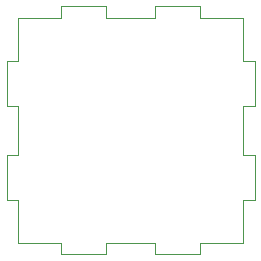
<source format=gbr>
%TF.GenerationSoftware,KiCad,Pcbnew,(5.1.10)-1*%
%TF.CreationDate,2021-06-06T01:25:55+08:00*%
%TF.ProjectId,W2S2812B,57325332-3831-4324-922e-6b696361645f,rev?*%
%TF.SameCoordinates,Original*%
%TF.FileFunction,Profile,NP*%
%FSLAX46Y46*%
G04 Gerber Fmt 4.6, Leading zero omitted, Abs format (unit mm)*
G04 Created by KiCad (PCBNEW (5.1.10)-1) date 2021-06-06 01:25:55*
%MOMM*%
%LPD*%
G01*
G04 APERTURE LIST*
%TA.AperFunction,Profile*%
%ADD10C,0.050000*%
%TD*%
G04 APERTURE END LIST*
D10*
X19000000Y19000000D02*
X19000000Y15400000D01*
X19000000Y0D02*
X19000000Y3600000D01*
X15400000Y0D02*
X19000000Y0D01*
X0Y0D02*
X3600000Y0D01*
X0Y3600000D02*
X0Y0D01*
X0Y19000000D02*
X0Y15400000D01*
X15400000Y19000000D02*
X19000000Y19000000D01*
X20000000Y11600000D02*
X20000000Y15400000D01*
X-1000000Y3600000D02*
X0Y3600000D01*
X-1000000Y7400000D02*
X-1000000Y3600000D01*
X0Y7400000D02*
X-1000000Y7400000D01*
X0Y11600000D02*
X0Y7400000D01*
X-1000000Y11600000D02*
X0Y11600000D01*
X-1000000Y15400000D02*
X-1000000Y11600000D01*
X0Y15400000D02*
X-1000000Y15400000D01*
X3600000Y19000000D02*
X0Y19000000D01*
X3600000Y20000000D02*
X3600000Y19000000D01*
X7400000Y20000000D02*
X3600000Y20000000D01*
X7400000Y19000000D02*
X7400000Y20000000D01*
X11600000Y19000000D02*
X7400000Y19000000D01*
X11600000Y20000000D02*
X11600000Y19000000D01*
X15400000Y20000000D02*
X11600000Y20000000D01*
X15400000Y19000000D02*
X15400000Y20000000D01*
X20000000Y15400000D02*
X19000000Y15400000D01*
X19000000Y11600000D02*
X20000000Y11600000D01*
X19000000Y7400000D02*
X19000000Y11600000D01*
X20000000Y7400000D02*
X19000000Y7400000D01*
X20000000Y3600000D02*
X20000000Y7400000D01*
X19000000Y3600000D02*
X20000000Y3600000D01*
X15400000Y-1000000D02*
X15400000Y0D01*
X11600000Y-1000000D02*
X15400000Y-1000000D01*
X11600000Y0D02*
X11600000Y-1000000D01*
X7400000Y0D02*
X11600000Y0D01*
X7400000Y-1000000D02*
X7400000Y0D01*
X3600000Y-1000000D02*
X7400000Y-1000000D01*
X3600000Y0D02*
X3600000Y-1000000D01*
M02*

</source>
